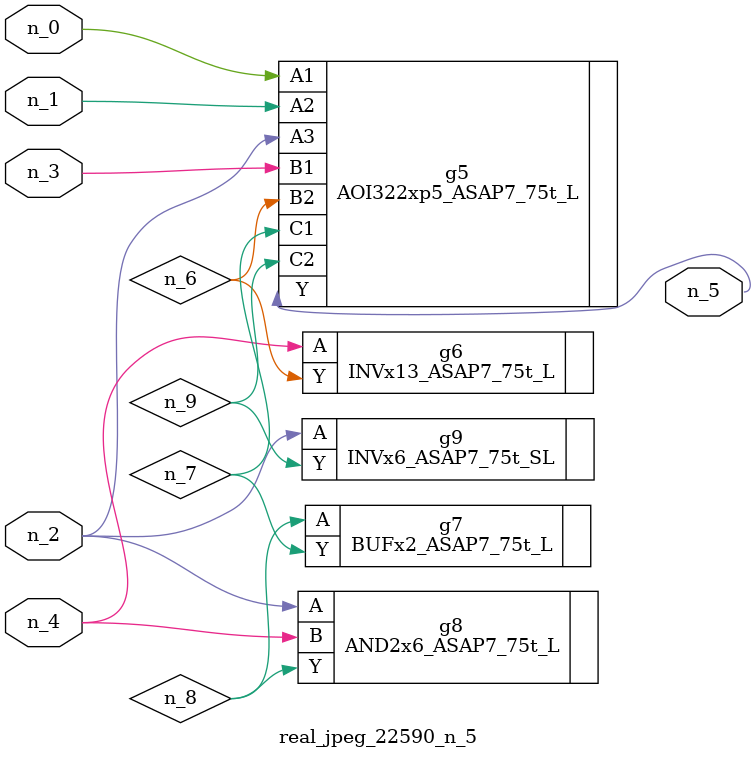
<source format=v>
module real_jpeg_22590_n_5 (n_4, n_0, n_1, n_2, n_3, n_5);

input n_4;
input n_0;
input n_1;
input n_2;
input n_3;

output n_5;

wire n_8;
wire n_6;
wire n_7;
wire n_9;

AOI322xp5_ASAP7_75t_L g5 ( 
.A1(n_0),
.A2(n_1),
.A3(n_2),
.B1(n_3),
.B2(n_6),
.C1(n_7),
.C2(n_9),
.Y(n_5)
);

AND2x6_ASAP7_75t_L g8 ( 
.A(n_2),
.B(n_4),
.Y(n_8)
);

INVx6_ASAP7_75t_SL g9 ( 
.A(n_2),
.Y(n_9)
);

INVx13_ASAP7_75t_L g6 ( 
.A(n_4),
.Y(n_6)
);

BUFx2_ASAP7_75t_L g7 ( 
.A(n_8),
.Y(n_7)
);


endmodule
</source>
